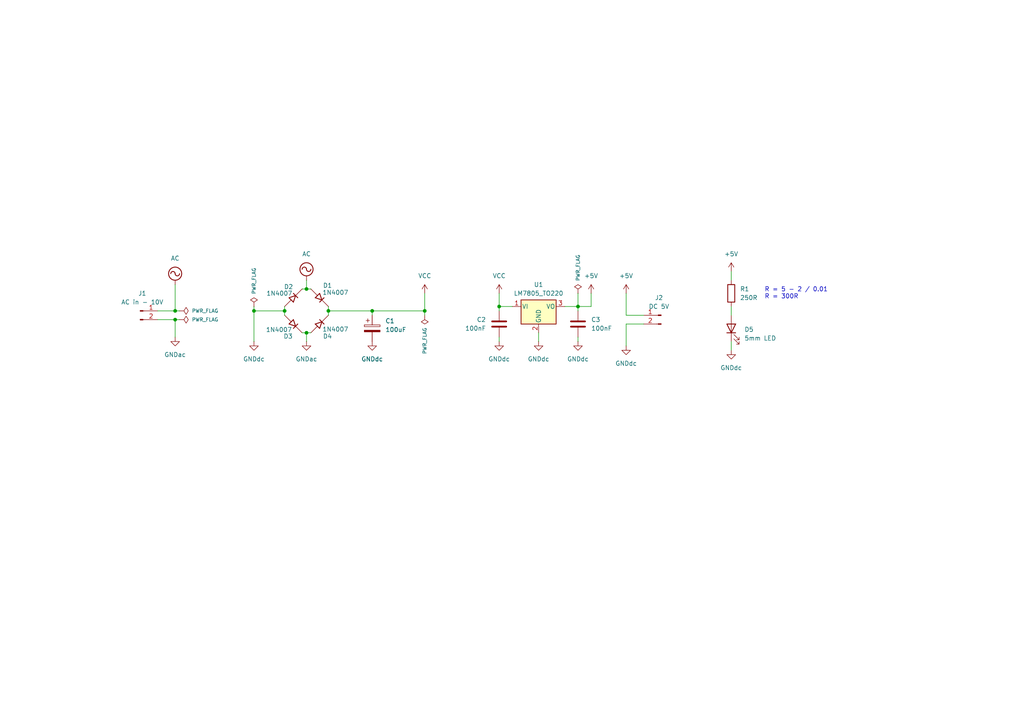
<source format=kicad_sch>
(kicad_sch (version 20250114) (generator "eeschema") (generator_version "9.0")
  (paper "A4")
  (lib_symbols
    (symbol "Connector:Conn_01x02_Pin" (pin_names (offset 1.016) (hide yes))
      (property "Reference" "J" (at 0 2.54 0))
      (property "Value" "Conn_01x02_Pin" (at 0 -5.08 0))
      (symbol "Conn_01x02_Pin_1_1"
        (rectangle (start 0.8636 0.127) (end 0 -0.127) (stroke (width 0.1524)) (fill (type outline)))
        (rectangle (start 0.8636 -2.413) (end 0 -2.667) (stroke (width 0.1524)) (fill (type outline)))
        (polyline (pts (xy 1.27 0) (xy 0.8636 0)) (stroke (width 0.1524)))
        (polyline (pts (xy 1.27 -2.54) (xy 0.8636 -2.54)) (stroke (width 0.1524)))
        (pin passive line (at 5.08 0 180) (length 3.81) (name "Pin_1") (number "1"))
        (pin passive line (at 5.08 -2.54 180) (length 3.81) (name "Pin_2") (number "2"))
      )
    )
    (symbol "Device:C" (pin_numbers (hide yes)) (pin_names (offset 0.254))
      (property "Reference" "C" (at 0.635 2.54 0))
      (property "Value" "C" (at 0.635 -2.54 0))
      (symbol "C_0_1"
        (polyline (pts (xy -2.032 0.762) (xy 2.032 0.762)) (stroke (width 0.508)))
        (polyline (pts (xy -2.032 -0.762) (xy 2.032 -0.762)) (stroke (width 0.508)))
      )
      (symbol "C_1_1"
        (pin passive line (at 0 3.81 270) (length 2.794) (name "~") (number "1"))
        (pin passive line (at 0 -3.81 90) (length 2.794) (name "~") (number "2"))
      )
    )
    (symbol "Device:C_Polarized" (pin_numbers (hide yes)) (pin_names (offset 0.254))
      (property "Reference" "C" (at 0.635 2.54 0))
      (property "Value" "C_Polarized" (at 0.635 -2.54 0))
      (symbol "C_Polarized_0_1"
        (rectangle (start -2.286 0.508) (end 2.286 1.016))
        (polyline (pts (xy -1.778 2.286) (xy -0.762 2.286)))
        (polyline (pts (xy -1.27 2.794) (xy -1.27 1.778)))
        (rectangle (start 2.286 -0.508) (end -2.286 -1.016) (fill (type outline)))
      )
      (symbol "C_Polarized_1_1"
        (pin passive line (at 0 3.81 270) (length 2.794) (name "~") (number "1"))
        (pin passive line (at 0 -3.81 90) (length 2.794) (name "~") (number "2"))
      )
    )
    (symbol "Device:D_45deg" (pin_numbers (hide yes)) (pin_names (offset 0) (hide yes))
      (property "Reference" "D" (at 1.27 2.54 0))
      (property "Value" "D_45deg" (at 1.27 0 0))
      (symbol "D_45deg_0_1"
        (polyline (pts (xy -1.27 0) (xy 0 1.27) (xy 0.635 -0.635) (xy -1.27 0)) (stroke (width 0.254)))
        (polyline (pts (xy -0.635 0.635) (xy -2.54 2.54)))
        (polyline (pts (xy 0 -1.27) (xy 1.27 0)) (stroke (width 0.254)))
        (polyline (pts (xy 2.54 -2.54) (xy 0.635 -0.635)))
      )
      (symbol "D_45deg_1_1"
        (pin passive line (at -2.54 2.54 0) (length 0) (name "A") (number "2"))
        (pin passive line (at 2.54 -2.54 180) (length 0) (name "K") (number "1"))
      )
    )
    (symbol "Device:LED" (pin_numbers (hide yes)) (pin_names (offset 1.016) (hide yes))
      (property "Reference" "D" (at 0 2.54 0))
      (property "Value" "LED" (at 0 -2.54 0))
      (symbol "LED_0_1"
        (polyline (pts (xy -3.048 -0.762) (xy -4.572 -2.286) (xy -3.81 -2.286) (xy -4.572 -2.286) (xy -4.572 -1.524)))
        (polyline (pts (xy -1.778 -0.762) (xy -3.302 -2.286) (xy -2.54 -2.286) (xy -3.302 -2.286) (xy -3.302 -1.524)))
        (polyline (pts (xy -1.27 0) (xy 1.27 0)))
        (polyline (pts (xy -1.27 -1.27) (xy -1.27 1.27)) (stroke (width 0.254)))
        (polyline (pts (xy 1.27 -1.27) (xy 1.27 1.27) (xy -1.27 0) (xy 1.27 -1.27)) (stroke (width 0.254)))
      )
      (symbol "LED_1_1"
        (pin passive line (at -3.81 0 0) (length 2.54) (name "K") (number "1"))
        (pin passive line (at 3.81 0 180) (length 2.54) (name "A") (number "2"))
      )
    )
    (symbol "Device:R" (pin_numbers (hide yes)) (pin_names (offset 0))
      (property "Reference" "R" (at 2.032 0 90))
      (property "Value" "R" (at 0 0 90))
      (symbol "R_0_1"
        (rectangle (start -1.016 -2.54) (end 1.016 2.54) (stroke (width 0.254)))
      )
      (symbol "R_1_1"
        (pin passive line (at 0 3.81 270) (length 1.27) (name "~") (number "1"))
        (pin passive line (at 0 -3.81 90) (length 1.27) (name "~") (number "2"))
      )
    )
    (symbol "Regulator_Linear:LM7805_TO220" (pin_names (offset 0.254))
      (property "Reference" "U" (at -3.81 3.175 0))
      (property "Value" "LM7805_TO220" (at 0 3.175 0))
      (symbol "LM7805_TO220_0_1"
        (rectangle (start -5.08 1.905) (end 5.08 -5.08) (stroke (width 0.254)) (fill (type background)))
      )
      (symbol "LM7805_TO220_1_1"
        (pin power_in line (at -7.62 0 0) (length 2.54) (name "VI") (number "1"))
        (pin power_in line (at 0 -7.62 90) (length 2.54) (name "GND") (number "2"))
        (pin power_out line (at 7.62 0 180) (length 2.54) (name "VO") (number "3"))
      )
    )
    (symbol "power:+5V" (power) (pin_numbers (hide yes)) (pin_names (offset 0) (hide yes))
      (property "Value" "+5V" (at 0 3.556 0))
      (symbol "+5V_0_1"
        (polyline (pts (xy -0.762 1.27) (xy 0 2.54)))
        (polyline (pts (xy 0 2.54) (xy 0.762 1.27)))
        (polyline (pts (xy 0 0) (xy 0 2.54)))
      )
      (symbol "+5V_1_1"
        (pin power_in line (at 0 0 90) (length 0) (name "~") (number "1"))
      )
    )
    (symbol "power:AC" (power) (pin_numbers (hide yes)) (pin_names (offset 0) (hide yes))
      (property "Value" "AC" (at 0 6.35 0))
      (symbol "AC_0_1"
        (arc (start -1.27 3.175) (mid -0.635 3.8073) (end 0 3.175) (stroke (width 0.254)))
        (circle (center 0 3.175) (radius 1.905) (stroke (width 0.254)))
        (polyline (pts (xy 0 0) (xy 0 1.27)))
        (arc (start 1.27 3.175) (mid 0.635 2.5427) (end 0 3.175) (stroke (width 0.254)))
      )
      (symbol "AC_1_1"
        (pin power_in line (at 0 0 90) (length 0) (name "~") (number "1"))
      )
    )
    (symbol "power:GND" (power) (pin_numbers (hide yes)) (pin_names (offset 0) (hide yes))
      (property "Value" "GND" (at 0 -3.81 0))
      (symbol "GND_0_1"
        (polyline (pts (xy 0 0) (xy 0 -1.27) (xy 1.27 -1.27) (xy 0 -2.54) (xy -1.27 -1.27) (xy 0 -1.27)))
      )
      (symbol "GND_1_1"
        (pin power_in line (at 0 0 270) (length 0) (name "~") (number "1"))
      )
    )
    (symbol "power:PWR_FLAG" (power) (pin_numbers (hide yes)) (pin_names (offset 0) (hide yes))
      (property "Value" "PWR_FLAG" (at 0 3.81 0))
      (symbol "PWR_FLAG_0_0"
        (pin power_out line (at 0 0 90) (length 0) (name "~") (number "1"))
      )
      (symbol "PWR_FLAG_0_1"
        (polyline (pts (xy 0 0) (xy 0 1.27) (xy -1.016 1.905) (xy 0 2.54) (xy 1.016 1.905) (xy 0 1.27)))
      )
    )
    (symbol "power:VCC" (power) (pin_numbers (hide yes)) (pin_names (offset 0) (hide yes))
      (property "Value" "VCC" (at 0 3.556 0))
      (symbol "VCC_0_1"
        (polyline (pts (xy -0.762 1.27) (xy 0 2.54)))
        (polyline (pts (xy 0 2.54) (xy 0.762 1.27)))
        (polyline (pts (xy 0 0) (xy 0 2.54)))
      )
      (symbol "VCC_1_1"
        (pin power_in line (at 0 0 90) (length 0) (name "~") (number "1"))
      )
    )
  )
  (text "R = 5 - 2 / 0.01\nR = 300R" (at 221.742 85.09 0) (effects (font (size 1.27 1.27)) (justify left)))
  (junction (at 107.95 90.17))
  (junction (at 95.25 90.17))
  (junction (at 88.9 83.82))
  (junction (at 82.55 90.17))
  (junction (at 73.66 90.17))
  (junction (at 167.64 88.9))
  (junction (at 50.8 90.17))
  (junction (at 50.8 92.71))
  (junction (at 88.9 96.52))
  (junction (at 123.19 90.17))
  (junction (at 144.78 88.9))
  (wire (pts (xy 144.78 97.79) (xy 144.78 99.06)))
  (wire (pts (xy 45.72 92.71) (xy 50.8 92.71)))
  (wire (pts (xy 167.64 85.09) (xy 167.64 88.9)))
  (wire (pts (xy 87.63 83.82) (xy 88.9 83.82)))
  (wire (pts (xy 171.45 85.09) (xy 171.45 88.9)))
  (wire (pts (xy 107.95 90.17) (xy 107.95 91.44)))
  (wire (pts (xy 95.25 90.17) (xy 95.25 91.44)))
  (wire (pts (xy 144.78 88.9) (xy 144.78 85.09)))
  (wire (pts (xy 73.66 88.9) (xy 73.66 90.17)))
  (wire (pts (xy 50.8 92.71) (xy 50.8 97.79)))
  (wire (pts (xy 181.61 91.44) (xy 181.61 85.09)))
  (wire (pts (xy 82.55 90.17) (xy 82.55 91.44)))
  (wire (pts (xy 167.64 88.9) (xy 163.83 88.9)))
  (wire (pts (xy 95.25 88.9) (xy 95.25 90.17)))
  (wire (pts (xy 73.66 99.06) (xy 73.66 90.17)))
  (wire (pts (xy 171.45 88.9) (xy 167.64 88.9)))
  (wire (pts (xy 156.21 96.52) (xy 156.21 99.06)))
  (wire (pts (xy 88.9 83.82) (xy 90.17 83.82)))
  (wire (pts (xy 167.64 97.79) (xy 167.64 99.06)))
  (wire (pts (xy 87.63 96.52) (xy 88.9 96.52)))
  (wire (pts (xy 107.95 90.17) (xy 123.19 90.17)))
  (wire (pts (xy 186.69 93.98) (xy 181.61 93.98)))
  (wire (pts (xy 88.9 96.52) (xy 90.17 96.52)))
  (wire (pts (xy 186.69 91.44) (xy 181.61 91.44)))
  (wire (pts (xy 45.72 90.17) (xy 50.8 90.17)))
  (wire (pts (xy 148.59 88.9) (xy 144.78 88.9)))
  (wire (pts (xy 212.09 88.9) (xy 212.09 91.44)))
  (wire (pts (xy 144.78 88.9) (xy 144.78 90.17)))
  (wire (pts (xy 181.61 93.98) (xy 181.61 100.33)))
  (wire (pts (xy 167.64 88.9) (xy 167.64 90.17)))
  (wire (pts (xy 123.19 85.09) (xy 123.19 90.17)))
  (wire (pts (xy 73.66 90.17) (xy 82.55 90.17)))
  (wire (pts (xy 95.25 90.17) (xy 107.95 90.17)))
  (wire (pts (xy 212.09 78.74) (xy 212.09 81.28)))
  (wire (pts (xy 50.8 90.17) (xy 50.8 82.55)))
  (wire (pts (xy 88.9 81.28) (xy 88.9 83.82)))
  (wire (pts (xy 52.07 90.17) (xy 50.8 90.17)))
  (wire (pts (xy 123.19 91.44) (xy 123.19 90.17)))
  (wire (pts (xy 88.9 96.52) (xy 88.9 99.06)))
  (wire (pts (xy 212.09 101.6) (xy 212.09 99.06)))
  (wire (pts (xy 82.55 88.9) (xy 82.55 90.17)))
  (wire (pts (xy 52.07 92.71) (xy 50.8 92.71)))
  (symbol (lib_id "power:PWR_FLAG") (at 73.66 88.9 0) (unit 1)
    (property "Reference" "#FLG02" (effects (hide yes)))
    (property "Value" "PWR_FLAG" (at 73.66 85.344 90) (effects (font (size 1.016 1.016)) (justify left)))
    (property "Description" "Special symbol for telling ERC where power comes from" (effects (hide yes)))
  )
  (symbol (lib_id "Device:R") (at 212.09 85.09 0) (unit 1)
    (property "Reference" "R1" (at 214.63 83.8199 0) (effects (justify left)))
    (property "Value" "250R" (at 214.63 86.3599 0) (effects (justify left)))
    (property "Footprint" "Resistor_THT:R_Axial_DIN0207_L6.3mm_D2.5mm_P7.62mm_Horizontal" (effects (hide yes)))
    (property "Description" "Resistor" (effects (hide yes)))
  )
  (symbol (lib_id "power:AC") (at 88.9 81.28 0) (unit 1)
    (property "Reference" "#PWR04" (effects (hide yes)))
    (property "Value" "AC" (at 88.9 73.66 0))
    (property "Description" "Power symbol creates a global label with name \"AC\"" (effects (hide yes)))
  )
  (symbol (lib_id "power:GND") (at 156.21 99.06 0) (unit 1)
    (property "Reference" "#PWR07" (effects (hide yes)))
    (property "Value" "GNDdc" (at 156.21 104.14 0))
    (property "Description" "Power symbol creates a global label with name \"GND\" , ground" (effects (hide yes)))
  )
  (symbol (lib_id "power:PWR_FLAG") (at 52.07 90.17 270) (unit 1)
    (property "Reference" "#FLG03" (effects (hide yes)))
    (property "Value" "PWR_FLAG" (at 55.626 90.17 90) (effects (font (size 1.016 1.016)) (justify left)))
    (property "Description" "Special symbol for telling ERC where power comes from" (effects (hide yes)))
  )
  (symbol (lib_id "Connector:Conn_01x02_Pin") (at 191.77 91.44 0) (mirror y) (unit 1)
    (property "Reference" "J2" (at 191.135 86.36 0))
    (property "Value" "DC 5V" (at 191.135 88.9 0))
    (property "Footprint" "Connector_PinHeader_2.54mm:PinHeader_1x02_P2.54mm_Vertical" (effects (hide yes)))
    (property "Description" "Generic connector, single row, 01x02, script generated" (effects (hide yes)))
  )
  (symbol (lib_id "Device:C") (at 144.78 93.98 0) (unit 1)
    (property "Reference" "C2" (at 140.97 92.7099 0) (effects (justify right)))
    (property "Value" "100nF" (at 140.97 95.2499 0) (effects (justify right)))
    (property "Footprint" "Capacitor_THT:C_Disc_D6.0mm_W2.5mm_P5.00mm" (effects (hide yes)))
    (property "Description" "Unpolarized capacitor" (effects (hide yes)))
  )
  (symbol (lib_id "power:GND") (at 50.8 97.79 0) (unit 1)
    (property "Reference" "#PWR02" (effects (hide yes)))
    (property "Value" "GNDac" (at 50.8 102.87 0))
    (property "Description" "Power symbol creates a global label with name \"GND\" , ground" (effects (hide yes)))
  )
  (symbol (lib_id "power:VCC") (at 123.19 85.09 0) (unit 1)
    (property "Reference" "#PWR05" (effects (hide yes)))
    (property "Value" "VCC" (at 123.19 80.01 0))
    (property "Description" "Power symbol creates a global label with name \"VCC\"" (effects (hide yes)))
  )
  (symbol (lib_id "power:VCC") (at 144.78 85.09 0) (unit 1)
    (property "Reference" "#PWR08" (effects (hide yes)))
    (property "Value" "VCC" (at 144.78 80.01 0))
    (property "Description" "Power symbol creates a global label with name \"VCC\"" (effects (hide yes)))
  )
  (symbol (lib_id "power:+5V") (at 212.09 78.74 0) (unit 1)
    (property "Reference" "#PWR015" (effects (hide yes)))
    (property "Value" "+5V" (at 212.09 73.66 0))
    (property "Description" "Power symbol creates a global label with name \"+5V\"" (effects (hide yes)))
  )
  (symbol (lib_id "power:GND") (at 107.95 99.06 0) (unit 1)
    (property "Reference" "#PWR014" (effects (hide yes)))
    (property "Value" "GNDdc" (at 107.95 104.14 0))
    (property "Description" "Power symbol creates a global label with name \"GND\" , ground" (effects (hide yes)))
  )
  (symbol (lib_id "power:+5V") (at 181.61 85.09 0) (unit 1)
    (property "Reference" "#PWR010" (effects (hide yes)))
    (property "Value" "+5V" (at 181.61 80.01 0))
    (property "Description" "Power symbol creates a global label with name \"+5V\"" (effects (hide yes)))
  )
  (symbol (lib_id "power:GND") (at 144.78 99.06 0) (mirror y) (unit 1)
    (property "Reference" "#PWR013" (effects (hide yes)))
    (property "Value" "GNDdc" (at 144.78 104.14 0))
    (property "Description" "Power symbol creates a global label with name \"GND\" , ground" (effects (hide yes)))
  )
  (symbol (lib_id "power:GND") (at 88.9 99.06 0) (unit 1)
    (property "Reference" "#PWR03" (effects (hide yes)))
    (property "Value" "GNDac" (at 88.9 104.14 0))
    (property "Description" "Power symbol creates a global label with name \"GND\" , ground" (effects (hide yes)))
  )
  (symbol (lib_id "power:AC") (at 50.8 82.55 0) (unit 1)
    (property "Reference" "#PWR01" (effects (hide yes)))
    (property "Value" "AC" (at 50.8 74.93 0))
    (property "Description" "Power symbol creates a global label with name \"AC\"" (effects (hide yes)))
  )
  (symbol (lib_id "Device:D_45deg") (at 85.09 93.98 90) (mirror x) (unit 1)
    (property "Reference" "D3" (at 83.566 97.536 90))
    (property "Value" "1N4007" (at 80.899 95.631 90))
    (property "Footprint" "Diode_THT:D_DO-41_SOD81_P10.16mm_Horizontal" (effects (hide yes)))
    (property "Description" "Diode, rotated by 45°" (effects (hide yes)))
    (property "Sim.Device" "D" (effects (hide yes)))
    (property "Sim.Pins" "1=K 2=A" (effects (hide yes)))
  )
  (symbol (lib_id "power:PWR_FLAG") (at 167.64 85.09 0) (unit 1)
    (property "Reference" "#FLG05" (effects (hide yes)))
    (property "Value" "PWR_FLAG" (at 167.64 81.534 90) (effects (font (size 1.016 1.016)) (justify left)))
    (property "Description" "Special symbol for telling ERC where power comes from" (effects (hide yes)))
  )
  (symbol (lib_id "power:+5V") (at 171.45 85.09 0) (unit 1)
    (property "Reference" "#PWR09" (effects (hide yes)))
    (property "Value" "+5V" (at 171.45 80.01 0))
    (property "Description" "Power symbol creates a global label with name \"+5V\"" (effects (hide yes)))
  )
  (symbol (lib_id "Device:C_Polarized") (at 107.95 95.25 0) (unit 1)
    (property "Reference" "C1" (at 111.76 93.0909 0) (effects (justify left)))
    (property "Value" "100uF" (at 111.76 95.6309 0) (effects (justify left)))
    (property "Footprint" "Capacitor_THT:CP_Radial_D6.3mm_P2.50mm" (effects (hide yes)))
    (property "Description" "Polarized capacitor" (effects (hide yes)))
  )
  (symbol (lib_id "power:PWR_FLAG") (at 123.19 91.44 180) (unit 1)
    (property "Reference" "#FLG01" (effects (hide yes)))
    (property "Value" "PWR_FLAG" (at 123.19 94.996 90) (effects (font (size 1.016 1.016)) (justify left)))
    (property "Description" "Special symbol for telling ERC where power comes from" (effects (hide yes)))
  )
  (symbol (lib_id "Regulator_Linear:LM7805_TO220") (at 156.21 88.9 0) (unit 1)
    (property "Reference" "U1" (at 156.21 82.55 0))
    (property "Value" "LM7805_TO220" (at 156.21 85.09 0))
    (property "Footprint" "Package_TO_SOT_THT:TO-220-3_Vertical" (effects (hide yes)))
    (property "Datasheet" "https://www.onsemi.cn/PowerSolutions/document/MC7800-D.PDF" (effects (hide yes)))
    (property "Description" "Positive 1A 35V Linear Regulator, Fixed Output 5V, TO-220" (effects (hide yes)))
  )
  (symbol (lib_id "Device:D_45deg") (at 92.71 93.98 0) (mirror x) (unit 1)
    (property "Reference" "D4" (at 94.996 97.536 0))
    (property "Value" "1N4007" (at 97.282 95.504 0))
    (property "Footprint" "Diode_THT:D_DO-41_SOD81_P10.16mm_Horizontal" (effects (hide yes)))
    (property "Description" "Diode, rotated by 45°" (effects (hide yes)))
    (property "Sim.Device" "D" (effects (hide yes)))
    (property "Sim.Pins" "1=K 2=A" (effects (hide yes)))
  )
  (symbol (lib_id "Device:D_45deg") (at 85.09 86.36 90) (unit 1)
    (property "Reference" "D2" (at 83.693 83.185 90))
    (property "Value" "1N4007" (at 81.026 85.09 90))
    (property "Footprint" "Diode_THT:D_DO-41_SOD81_P10.16mm_Horizontal" (effects (hide yes)))
    (property "Description" "Diode, rotated by 45°" (effects (hide yes)))
    (property "Sim.Device" "D" (effects (hide yes)))
    (property "Sim.Pins" "1=K 2=A" (effects (hide yes)))
  )
  (symbol (lib_id "Device:C") (at 167.64 93.98 0) (unit 1)
    (property "Reference" "C3" (at 171.45 92.7099 0) (effects (justify left)))
    (property "Value" "100nF" (at 171.45 95.2499 0) (effects (justify left)))
    (property "Footprint" "Capacitor_THT:C_Disc_D6.0mm_W2.5mm_P5.00mm" (effects (hide yes)))
    (property "Description" "Unpolarized capacitor" (effects (hide yes)))
  )
  (symbol (lib_id "power:GND") (at 212.09 101.6 0) (unit 1)
    (property "Reference" "#PWR016" (effects (hide yes)))
    (property "Value" "GNDdc" (at 212.09 106.68 0))
    (property "Description" "Power symbol creates a global label with name \"GND\" , ground" (effects (hide yes)))
  )
  (symbol (lib_id "power:GND") (at 167.64 99.06 0) (unit 1)
    (property "Reference" "#PWR012" (effects (hide yes)))
    (property "Value" "GNDdc" (at 167.64 104.14 0))
    (property "Description" "Power symbol creates a global label with name \"GND\" , ground" (effects (hide yes)))
  )
  (symbol (lib_id "power:GND") (at 73.66 99.06 0) (unit 1)
    (property "Reference" "#PWR06" (effects (hide yes)))
    (property "Value" "GNDdc" (at 73.66 104.14 0))
    (property "Description" "Power symbol creates a global label with name \"GND\" , ground" (effects (hide yes)))
  )
  (symbol (lib_id "power:GND") (at 181.61 100.33 0) (unit 1)
    (property "Reference" "#PWR011" (effects (hide yes)))
    (property "Value" "GNDdc" (at 181.61 105.41 0))
    (property "Description" "Power symbol creates a global label with name \"GND\" , ground" (effects (hide yes)))
  )
  (symbol (lib_id "Device:D_45deg") (at 92.71 86.36 0) (unit 1)
    (property "Reference" "D1" (at 94.996 82.804 0))
    (property "Value" "1N4007" (at 97.282 84.836 0))
    (property "Footprint" "Diode_THT:D_DO-41_SOD81_P10.16mm_Horizontal" (effects (hide yes)))
    (property "Description" "Diode, rotated by 45°" (effects (hide yes)))
    (property "Sim.Device" "D" (effects (hide yes)))
    (property "Sim.Pins" "1=K 2=A" (effects (hide yes)))
  )
  (symbol (lib_id "Connector:Conn_01x02_Pin") (at 40.64 90.17 0) (unit 1)
    (property "Reference" "J1" (at 41.275 85.09 0))
    (property "Value" "AC in - 10V" (at 41.275 87.63 0))
    (property "Footprint" "Connector_PinHeader_2.54mm:PinHeader_1x02_P2.54mm_Vertical" (effects (hide yes)))
    (property "Description" "Generic connector, single row, 01x02, script generated" (effects (hide yes)))
  )
  (symbol (lib_id "Device:LED") (at 212.09 95.25 90) (unit 1)
    (property "Reference" "D5" (at 215.9 95.5674 90) (effects (justify right)))
    (property "Value" "5mm LED" (at 215.9 98.1074 90) (effects (justify right)))
    (property "Footprint" "LED_THT:LED_D5.0mm" (effects (hide yes)))
    (property "Description" "Light emitting diode" (effects (hide yes)))
    (property "Sim.Pins" "1=K 2=A" (effects (hide yes)))
  )
  (symbol (lib_id "power:PWR_FLAG") (at 52.07 92.71 270) (unit 1)
    (property "Reference" "#FLG04" (effects (hide yes)))
    (property "Value" "PWR_FLAG" (at 55.626 92.71 90) (effects (font (size 1.016 1.016)) (justify left)))
    (property "Description" "Special symbol for telling ERC where power comes from" (effects (hide yes)))
  )
)
</source>
